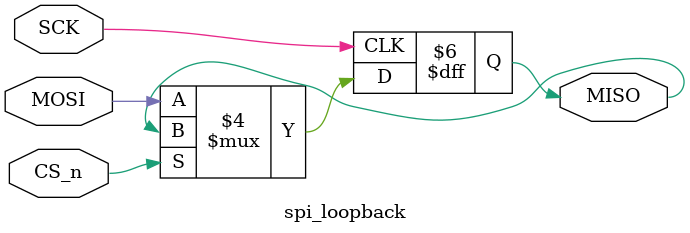
<source format=sv>

module spi_loopback
  (
   // SPI Interface
   input      SCK,
   output reg MISO,
   input      MOSI,
   input      CS_n
   );

   initial MISO = 1'b1;
   always @(posedge  SCK) begin
      if (!CS_n) MISO <= MOSI;
   end
   
endmodule // spi_loopback

</source>
